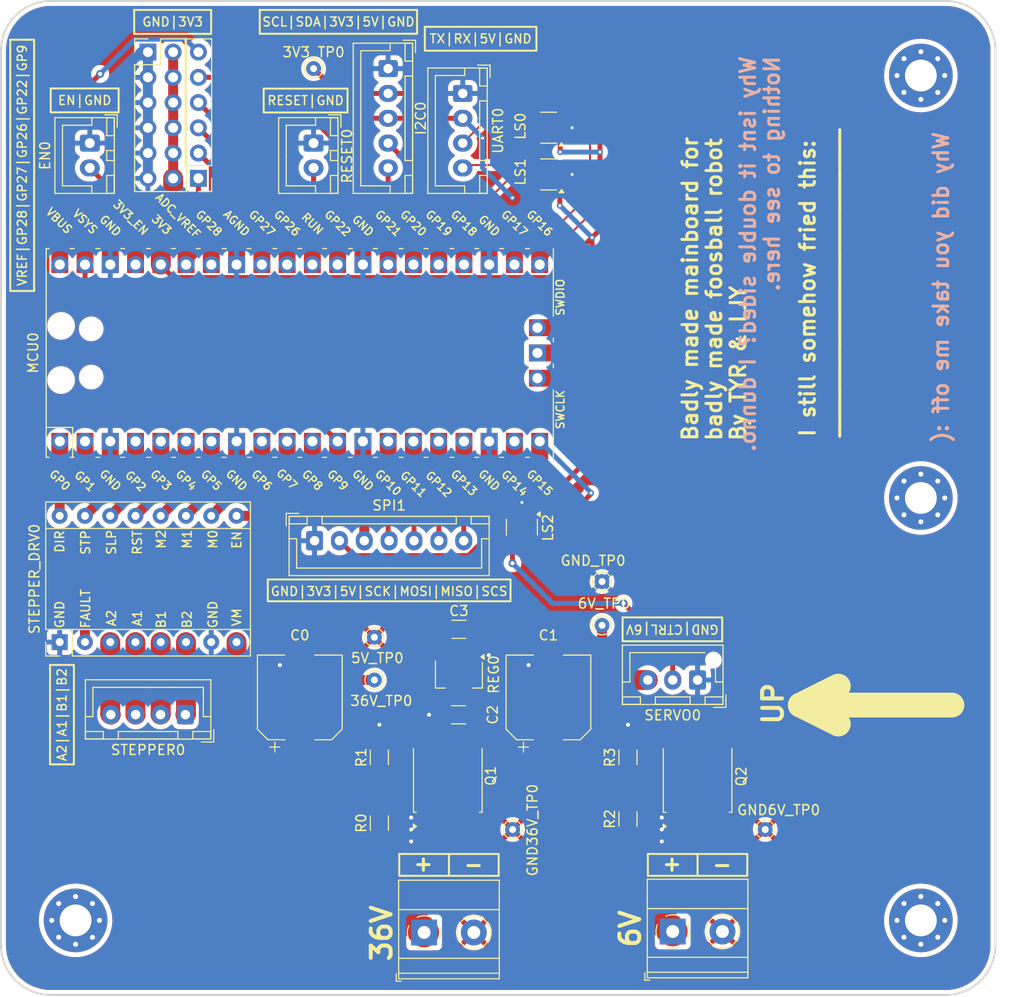
<source format=kicad_pcb>
(kicad_pcb (version 20240108) (generator "pcbnew") (generator_version "8.0")
  (layers (0 "F.Cu" signal) (31 "B.Cu" signal) (34 "B.Paste" user) (35 "F.Paste" user) (36 "B.SilkS" user "B.Silkscreen") (37 "F.SilkS" user "F.Silkscreen") (38 "B.Mask" user) (39 "F.Mask" user) (44 "Edge.Cuts" user))
  (net 0 "")
  (net 1 "+36V")
  (net 2 "GND")
  (net 3 "+6V")
  (net 4 "+5V")
  (net 5 "/DRV_STEP")
  (net 6 "/DRV_A2")
  (net 7 "/DRV_RESET")
  (net 8 "/DRV_EN")
  (net 9 "/DRV_B1")
  (net 10 "/DRV_B2")
  (net 11 "/DRV_SLEEP")
  (net 12 "/DRV_M1")
  (net 13 "/DRV_FAULT")
  (net 14 "/DRV_M0")
  (net 15 "/DRV_A1")
  (net 16 "/DRV_M2")
  (net 17 "/DRV_DIR")
  (net 18 "/EN")
  (net 19 "+3V3")
  (net 20 "/SCL0")
  (net 21 "/SDA0")
  (net 22 "/RX_5V")
  (net 23 "/TX_5V")
  (net 24 "/TX_DIR")
  (net 25 "/TX_3V3")
  (net 26 "/RX_DIR")
  (net 27 "/RX_3V3")
  (net 28 "/SERVO_DIR")
  (net 29 "/SERVO_5V")
  (net 30 "/SERVO_3V3")
  (net 31 "/GPIO9")
  (net 32 "/ADC0")
  (net 33 "/ADC1")
  (net 34 "/ADC2")
  (net 35 "/GPIO22")
  (net 36 "/MISO1")
  (net 37 "/ADC_VREF")
  (net 38 "/MOSI1")
  (net 39 "/SCK1")
  (net 40 "/RESET")
  (net 41 "/SCS1")
  (net 42 "GND36V")
  (net 43 "GND6V")
  (net 44 "Net-(Q1-G)")
  (net 45 "Net-(Q2-G)")
  (footprint "TestPoint:TestPoint_THTPad_D1.5mm_Drill0.7mm" (layer "F.Cu") (at 31.4318 6.8)
    (property "Reference" "3V3_TP0")
    (property "Value" "TestPoint_Probe")
  )
  (footprint "Resistor_SMD:R_1206_3216Metric_Pad1.30x1.75mm_HandSolder" (layer "F.Cu") (at 63.0468 82.305 90)
    (property "Reference" "R2")
    (property "Value" "100kR")
  )
  (footprint "TestPoint:TestPoint_THTPad_D1.5mm_Drill0.7mm" (layer "F.Cu") (at 60.4418 58.41 -90)
    (property "Reference" "GND_TP0")
    (property "Value" "TestPoint_Probe")
  )
  (footprint "Package_TO_SOT_SMD:SOT-89-3" (layer "F.Cu") (at 46.0468 67.765 -90)
    (property "Reference" "REG0")
    (property "Value" "ME6210A50PG")
  )
  (footprint "Package_TO_SOT_SMD:SOT-23-6" (layer "F.Cu") (at 55.0693 12.75 180)
    (property "Reference" "LS0")
    (property "Value" "SN74LVC1T45DBV")
  )
  (footprint "Connector_JST:JST_XH_B3B-XH-AM_1x03_P2.50mm_Vertical" (layer "F.Cu") (at 70.0468 68.315 180)
    (property "Reference" "SERVO0")
    (property "Value" "Conn_01x03")
  )
  (footprint "Package_TO_SOT_SMD:TO-252-2" (layer "F.Cu") (at 70.0468 78.315 90)
    (property "Reference" "Q2")
    (property "Value" "FQD50N06")
  )
  (footprint "TestPoint:TestPoint_THTPad_D1.5mm_Drill0.7mm" (layer "F.Cu") (at 51.4468 83.355)
    (property "Reference" "GND36V_TP0")
    (property "Value" "TestPoint_Probe")
  )
  (footprint "TerminalBlock_Phoenix:TerminalBlock_Phoenix_MKDS-1,5-2_1x02_P5.00mm_Horizontal" (layer "F.Cu") (at 67.5468 93.615)
    (property "Reference" "6VIN_0")
    (property "Value" "Screw_Terminal_01x02")
  )
  (footprint "Capacitor_SMD:C_1206_3216Metric_Pad1.33x1.80mm_HandSolder" (layer "F.Cu") (at 46.0468 63.215)
    (property "Reference" "C3")
    (property "Value" "10uF")
  )
  (footprint "MountingHole:MountingHole_3.2mm_M3_Pad_Via" (layer "F.Cu") (at 7.5 92.5)
    (property "Reference" "H4")
    (property "Value" "MountingHole_Pad")
  )
  (footprint "Resistor_SMD:R_1206_3216Metric_Pad1.30x1.75mm_HandSolder" (layer "F.Cu") (at 38.0468 82.705 90)
    (property "Reference" "R0")
    (property "Value" "100kR")
  )
  (footprint "RP-Pico Libraries:RPi_Pico_SMD_TH" (layer "F.Cu") (at 30.0418 35.41 90)
    (property "Reference" "MCU0")
    (property "Value" "Pico")
  )
  (footprint "Connector_JST:JST_XH_B2B-XH-A_1x02_P2.50mm_Vertical" (layer "F.Cu") (at 31.4318 14.3 -90)
    (property "Reference" "RESET0")
    (property "Value" "Conn_01x02")
  )
  (footprint "Connector_PinHeader_2.54mm:PinHeader_2x06_P2.54mm_Vertical" (layer "F.Cu") (at 14.7718 5.14)
    (property "Reference" "3V3OUT_0" (hide yes))
    (property "Value" "Conn_02x06_Odd_Even")
  )
  (footprint "MountingHole:MountingHole_3.2mm_M3_Pad_Via" (layer "F.Cu") (at 92.5 92.5)
    (property "Reference" "H3")
    (property "Value" "MountingHole_Pad")
  )
  (footprint "Connector_JST:JST_XH_B4B-XH-A_1x04_P2.50mm_Vertical" (layer "F.Cu") (at 46.4318 9.3 -90)
    (property "Reference" "UART0")
    (property "Value" "Conn_01x04")
  )
  (footprint "Connector_JST:JST_XH_B2B-XH-A_1x02_P2.50mm_Vertical" (layer "F.Cu") (at 8.9318 14.3 -90)
    (property "Reference" "EN0")
    (property "Value" "Conn_01x02")
  )
  (footprint "Capacitor_SMD:C_1206_3216Metric_Pad1.33x1.80mm_HandSolder" (layer "F.Cu") (at 46.0093 71.815 180)
    (property "Reference" "C2")
    (property "Value" "10uF")
  )
  (footprint "Connector_JST:JST_XH_B4B-XH-A_1x04_P2.50mm_Vertical" (layer "F.Cu") (at 18.5418 71.8 180)
    (property "Reference" "STEPPER0")
    (property "Value" "Conn_01x04")
  )
  (footprint "Module:Pololu_Breakout-16_15.2x20.3mm" (layer "F.Cu") (at 5.9018 64.5 90)
    (property "Reference" "STEPPER_DRV0")
    (property "Value" "Pololu_Breakout_DRV8825")
  )
  (footprint "Connector_PinHeader_2.54mm:PinHeader_1x06_P2.54mm_Vertical" (layer "F.Cu") (at 19.8518 17.84 180)
    (property "Reference" "MISC0" (hide yes))
    (property "Value" "Conn_01x06")
  )
  (footprint "MountingHole:MountingHole_3.2mm_M3_Pad_Via" (layer "F.Cu") (at 92.5 7.5)
    (property "Reference" "H1")
    (property "Value" "MountingHole_Pad")
  )
  (footprint "TerminalBlock_Phoenix:TerminalBlock_Phoenix_MKDS-1,5-2_1x02_P5.00mm_Horizontal" (layer "F.Cu") (at 42.5468 93.715)
    (property "Reference" "36VIN_0")
    (property "Value" "Screw_Terminal_01x02")
  )
  (footprint "TestPoint:TestPoint_THTPad_D1.5mm_Drill0.7mm" (layer "F.Cu") (at 37.5468 68.315 90)
    (property "Reference" "36V_TP0")
    (property "Value" "TestPoint_Probe")
  )
  (footprint "TestPoint:TestPoint_THTPad_D1.5mm_Drill0.7mm" (layer "F.Cu") (at 60.4468 62.815 90)
    (property "Reference" "6V_TP0")
    (property "Value" "TestPoint_Probe")
  )
  (footprint "Capacitor_SMD:CP_Elec_8x10" (layer "F.Cu") (at 55.0468 70.065 90)
    (property "Reference" "C1")
    (property "Value" "100uF")
  )
  (footprint "Package_TO_SOT_SMD:TO-252-2" (layer "F.Cu") (at 44.9268 78.315 90)
    (property "Reference" "Q1")
    (property "Value" "FQD50N06")
  )
  (footprint "TestPoint:TestPoint_THTPad_D1.5mm_Drill0.7mm" (layer "F.Cu") (at 37.5468 64.01 90)
    (property "Reference" "5V_TP0")
    (property "Value" "TestPoint_Probe")
  )
  (footprint "MountingHole:MountingHole_3.2mm_M3_Pad_Via" (layer "F.Cu") (at 92.5 50)
    (property "Reference" "H2")
    (property "Value" "MountingHole_Pad")
  )
  (footprint "Resistor_SMD:R_1206_3216Metric_Pad1.30x1.75mm_HandSolder" (layer "F.Cu") (at 38.0468 76.105 90)
    (property "Reference" "R1")
    (property "Value" "6.2kR")
  )
  (footprint "Resistor_SMD:R_1206_3216Metric_Pad1.30x1.75mm_HandSolder" (layer "F.Cu") (at 63.0468 76.105 90)
    (property "Reference" "R3")
    (property "Value" "51kR")
  )
  (footprint "Connector_JST:JST_XH_B7B-XH-A_1x07_P2.50mm_Vertical" (layer "F.Cu") (at 31.5318 54.3)
    (property "Reference" "SPI1")
    (property "Value" "Conn_01x07")
  )
  (footprint "TestPoint:TestPoint_THTPad_D1.5mm_Drill0.7mm" (layer "F.Cu") (at 76.8468 83.355)
    (property "Reference" "GND6V_TP0")
    (property "Value" "TestPoint_Probe")
  )
  (footprint "Connector_JST:JST_XH_B5B-XH-A_1x05_P2.50mm_Vertical" (layer "F.Cu") (at 38.9318 6.8 -90)
    (property "Reference" "I2C0")
    (property "Value" "Conn_01x05")
  )
  (footprint "Package_TO_SOT_SMD:SOT-23-6" (layer "F.Cu") (at 55.0693 17.45 180)
    (property "Reference" "LS1")
    (property "Value" "SN74LVC1T45DBV")
  )
  (footprint "Capacitor_SMD:CP_Elec_8x10" (layer "F.Cu") (at 30.0468 70.065 90)
    (property "Reference" "C0")
    (property "Value" "100uF")
  )
  (footprint "Package_TO_SOT_SMD:SOT-23-6" (layer "F.Cu") (at 52.3818 52.9375 -90)
    (property "Reference" "LS2")
    (property "Value" "SN74LVC1T45DBV" (hide yes))
  )
  (gr_rect (start 65.0468 85.815) (end 75.0468 88.015) (stroke (width 0.2)) (fill none) (layer "F.SilkS"))
  (gr_rect (start 40.0468 85.815) (end 50.0468 88.015) (stroke (width 0.2)) (fill none) (layer "F.SilkS"))
  (gr_line (start 45.0468 88.015) (end 45.0468 85.815) (stroke (width 0.2)) (layer "F.SilkS"))
  (gr_line (start 70.0468 88.015) (end 70.0468 85.815) (stroke (width 0.2)) (layer "F.SilkS"))
  (gr_arc (start 95 0) (mid 98.535534 1.464466) (end 100 5) (stroke (width 0.2)) (layer "Edge.Cuts"))
  (gr_arc (start 0 5) (mid 1.464466 1.464466) (end 5 0) (stroke (width 0.2)) (layer "Edge.Cuts"))
  (gr_arc (start 5 100) (mid 1.464466 98.535534) (end 0 95) (stroke (width 0.2)) (layer "Edge.Cuts"))
  (gr_line (start 0 95) (end 0 5) (stroke (width 0.2)) (layer "Edge.Cuts"))
  (gr_line (start 95 100) (end 5 100) (stroke (width 0.2)) (layer "Edge.Cuts"))
  (gr_line (start 100 5) (end 100 95) (stroke (width 0.2)) (layer "Edge.Cuts"))
  (gr_arc (start 100 95) (mid 98.535534 98.535534) (end 95 100) (stroke (width 0.2)) (layer "Edge.Cuts"))
  (gr_line (start 5 0) (end 95 0) (stroke (width 0.2)) (layer "Edge.Cuts"))
  (gr_text "Why isnt it double sided? I dunno.\nNothing to see here." (at 78.4 5.4 90) (layer "B.SilkS") (effects (font (size 1.5 1.5) (thickness 0.3) (bold yes)) (justify left bottom mirror)))
  (gr_text "Why did you take me off :(" (at 95.4 13 90) (layer "B.SilkS") (effects (font (size 1.5 1.5) (thickness 0.3) (bold yes)) (justify left bottom mirror)))
  (gr_text "Badly made mainboard for\nbadly made foosball robot\nBy TYR & LJY" (at 75 44.4 90) (layer "F.SilkS") (effects (font (size 1.5 1.5) (thickness 0.3) (bold yes)) (justify left bottom)))
  (gr_text "M0" (at 21.8318 55.2 90) (layer "F.SilkS") (effects (font (size 0.9 0.9)) (justify left bottom)))
  (gr_text "UP" (at 78.8 73 90) (layer "F.SilkS") (effects (font (size 2 2) (thickness 0.4) (bold yes)) (justify left bottom)))
  (gr_text "FAULT" (at 9.0318 63.2 90) (layer "F.SilkS") (effects (font (size 0.9 0.9)) (justify left bottom)))
  (gr_text "+" (at 43.2468 88.015 90) (layer "F.SilkS") (effects (font (size 1.5 1.5) (thickness 0.3) (bold yes)) (justify left bottom)))
  (gr_text "I still somehow fried this:\n___________________________" (at 84.4 44 90) (layer "F.SilkS") (effects (font (size 1.5 1.5) (thickness 0.3) (bold yes)) (justify left bottom)))
  (gr_text "EN" (at 24.2318 55.2 90) (layer "F.SilkS") (effects (font (size 0.9 0.9)) (justify left bottom)))
  (gr_text "M2" (at 16.6318 55.2 90) (layer "F.SilkS") (effects (font (size 0.9 0.9)) (justify left bottom)))
  (gr_text "36V\n" (at 39.4468 96.815 90) (layer "F.SilkS") (effects (font (size 2 2) (thickness 0.4) (bold yes)) (justify left bottom)))
  (gr_text "-" (at 48.6468 86.215 180) (layer "F.SilkS") (effects (font (size 1.5 1.5) (thickness 0.3) (bold yes)) (justify left bottom)))
  (gr_text "GND" (at 21.8318 63.2 90) (layer "F.SilkS") (effects (font (size 0.9 0.9)) (justify left bottom)))
  (gr_text "-" (at 73.6468 86.215 180) (layer "F.SilkS") (effects (font (size 1.5 1.5) (thickness 0.3) (bold yes)) (justify left bottom)))
  (gr_text "GND" (at 6.4318 63.2 90) (layer "F.SilkS") (effects (font (size 0.9 0.9)) (justify left bottom)))
  (gr_text "RST" (at 14.2318 55.8 90) (layer "F.SilkS") (effects (font (size 0.9 0.9)) (justify left bottom)))
  (gr_text "SLP" (at 11.6318 55.8 90) (layer "F.SilkS") (effects (font (size 0.9 0.9)) (justify left bottom)))
  (gr_text "A2" (at 11.6318 63 90) (layer "F.SilkS") (effects (font (size 0.9 0.9)) (justify left bottom)))
  (gr_text "B1" (at 16.6318 63.2 90) (layer "F.SilkS") (effects (font (size 0.9 0.9)) (justify left bottom)))
  (gr_text "B2" (at 19.2318 63.2 90) (layer "F.SilkS") (effects (font (size 0.9 0.9)) (justify left bottom)))
  (gr_text "↑" (at 98.2 63 90) (layer "F.SilkS") (effects (font (size 20 10) (thickness 2.5) (bold yes)) (justify left bottom mirror)))
  (gr_text "M1" (at 19.2318 55.2 90) (layer "F.SilkS") (effects (font (size 0.9 0.9)) (justify left bottom)))
  (gr_text "STP" (at 9.0318 55.8 90) (layer "F.SilkS") (effects (font (size 0.9 0.9)) (justify left bottom)))
  (gr_text "A1" (at 14.2318 63 90) (layer "F.SilkS") (effects (font (size 0.9 0.9)) (justify left bottom)))
  (gr_text "+" (at 68.2468 88.015 90) (layer "F.SilkS") (effects (font (size 1.5 1.5) (thickness 0.3) (bold yes)) (justify left bottom)))
  (gr_text "6V\n" (at 64.4468 95.415 90) (layer "F.SilkS") (effects (font (size 2 2) (thickness 0.4) (bold yes)) (justify left bottom)))
  (gr_text "DIR" (at 6.4318 55.6 90) (layer "F.SilkS") (effects (font (size 0.9 0.9)) (justify left bottom)))
  (gr_text "VM" (at 24.2318 63 90) (layer "F.SilkS") (effects (font (size 0.9 0.9)) (justify left bottom)))
  (gr_text_box "GND|3V3" (start 13.3918 0.9) (end 21.1318 3.31) (layer "F.SilkS") (effects (font (size 0.9 0.9) (thickness 0.15) (bold yes)) (justify top)) (border yes) (stroke (width 0.2)))
  (gr_text_box "GND|CTRL|6V" (start 62.507 62.015) (end 72.523 64.415) (angle 180) (layer "F.SilkS") (effects (font (size 0.9 0.9) (thickness 0.15) (bold yes)) (justify top)) (border yes) (stroke (width 0.2)))
  (gr_text_box "SCL|SDA|3V3|5V|GND" (start 26.0222 0.9) (end 41.8414 3.3) (layer "F.SilkS") (effects (font (size 0.9 0.9) (thickness 0.15) (bold yes)) (justify top)) (border yes) (stroke (width 0.2)))
  (gr_text_box "GND|3V3|5V|SCK|MOSI|MISO|SCS" (start 26.8278 58.2) (end 51.2358 60.392) (layer "F.SilkS") (effects (font (size 0.9 0.9) (thickness 0.15) (bold yes)) (justify top)) (border yes) (stroke (width 0.2)))
  (gr_text_box "TX|RX|5V|GND" (start 42.6222 2.6) (end 53.8414 5) (layer "F.SilkS") (effects (font (size 0.9 0.9) (thickness 0.15) (bold yes)) (justify top)) (border yes) (stroke (width 0.2)))
  (gr_text_box "RESET|GND" (start 26.4159 8.8159) (end 34.8477 11.2159) (layer "F.SilkS") (effects (font (size 0.9 0.9) (thickness 0.15) (bold yes)) (justify top)) (border yes) (stroke (width 0.2)))
  (gr_text_box "VREF|GP28|GP27|GP26|GP22|GP9" (start 0.9318 3.9) (end 3.3318 29.1762) (angle 90) (layer "F.SilkS") (effects (font (size 0.9 0.9) (thickness 0.15) (bold yes)) (justify top)) (border yes) (stroke (width 0.2)))
  (gr_text_box "EN|GND" (start 5 8.8) (end 11.8318 11.2) (layer "F.SilkS") (effects (font (size 0.9 0.9) (thickness 0.15) (bold yes)) (justify top)) (border yes) (stroke (width 0.2)))
  (gr_text_box "A2|A1|B1|B2" (start 4.9318 66.8) (end 7.3318 76.8) (angle 90) (layer "F.SilkS") (effects (font (size 0.9 0.9) (thickness 0.15) (bold yes)) (justify top)) (border yes) (stroke (width 0.2)))
  (segment (start 30.0468 78.215) (end 30.3968 78.565) (width 3) (layer "F.Cu") (net 1))
  (segment (start 37.5468 68.315) (end 35.0468 68.315) (width 1) (layer "F.Cu") (net 1))
  (segment (start 36.0868 84.255) (end 30.3968 78.565) (width 3) (layer "F.Cu") (net 1))
  (segment (start 38.0468 89.215) (end 38.0468 84.255) (width 3) (layer "F.Cu") (net 1))
  (segment (start 42.5468 93.715) (end 38.0468 89.215) (width 3) (layer "F.Cu") (net 1))
  (segment (start 35.0468 68.315) (end 30.0468 73.315) (width 1) (layer "F.Cu") (net 1))
  (segment (start 38.0468 84.255) (end 36.0868 84.255) (width 3) (layer "F.Cu") (net 1))
  (segment (start 30.0468 73.315) (end 30.0468 78.215) (width 3) (layer "F.Cu") (net 1))
  (segment (start 23.6818 66.95) (end 30.0468 73.315) (width 2) (layer "F.Cu") (net 1))
  (segment (start 23.6818 64.5) (end 23.6818 66.95) (width 2) (layer "F.Cu") (net 1))
  (segment (start 67.7668 83.355) (end 66.5668 84.555) (width 2) (layer "F.Cu") (net 2))
  (segment (start 66.4468 84.555) (end 66.4468 82.155) (width 2) (layer "F.Cu") (net 2))
  (segment (start 66.5668 82.155) (end 66.4468 82.155) (width 2) (layer "F.Cu") (net 2))
  (segment (start 30.0468 66.815) (end 28.0468 66.815) (width 1) (layer "F.Cu") (net 2))
  (segment (start 42.6468 83.355) (end 41.4468 84.555) (width 2) (layer "F.Cu") (net 2))
  (segment (start 47.5468 65.815) (end 49.0468 65.815) (width 1) (layer "F.Cu") (net 2))
  (segment (start 47.5468 65.815) (end 47.5468 63.2775) (width 1) (layer "F.Cu") (net 2))
  (segment (start 42.6468 83.355) (end 41.2468 83.355) (width 2) (layer "F.Cu") (net 2))
  (segment (start 56.2068 17.45) (end 57.4318 17.45) (width 0.5) (layer "F.Cu") (net 2))
  (segment (start 63.0468 74.555) (end 63.0468 72.815) (width 1) (layer "F.Cu") (net 2))
  (segment (start 67.7668 83.355) (end 66.4468 83.355) (width 2) (layer "F.Cu") (net 2))
  (segment (start 41.4468 84.555) (end 41.2468 84.555) (width 2) (layer "F.Cu") (net 2))
  (segment (start 66.5668 84.555) (end 66.4468 84.555) (width 2) (layer "F.Cu") (net 2))
  (segment (start 55.0468 66.815) (end 53.0468 66.815) (width 1) (layer "F.Cu") (net 2))
  (segment (start 52.3818 50.45) (end 52.3818 51.8) (width 0.5) (layer "F.Cu") (net 2))
  (segment (start 41.4468 82.155) (end 41.2468 82.155) (width 2) (layer "F.Cu") (net 2))
  (segment (start 42.6468 83.355) (end 41.4468 82.155) (width 2) (layer "F.Cu") (net 2))
  (segment (start 44.4468 71.815) (end 43.0468 71.815) (width 1) (layer "F.Cu") (net 2))
  (segment (start 67.7668 83.355) (end 66.5668 82.155) (width 2) (layer "F.Cu") (net 2))
  (segment (start 38.0468 74.555) (end 38.0468 72.815) (width 1) (layer "F.Cu") (net 2))
  (segment (start 56.2068 12.75) (end 57.4318 12.75) (width 0.5) (layer "F.Cu") (net 2))
  (segment (start 47.5468 63.2775) (end 47.6093 63.215) (width 1) (layer "F.Cu") (net 2))
  (segment (start 41.2468 84.555) (end 41.2468 82.155) (width 2) (layer "F.Cu") (net 2))
  (via (at 57.4318 17.45) (size 0.6) (drill 0.3) (layers "F.Cu" "B.Cu") (net 2))
  (via (at 63.0468 72.815) (size 0.8) (drill 0.4) (layers "F.Cu" "B.Cu") (net 2))
  (via (at 41.2468 84.555) (size 0.8) (drill 0.4) (layers "F.Cu" "B.Cu") (net 2))
  (via (at 28.0468 66.815) (size 0.8) (drill 0.4) (layers "F.Cu" "B.Cu") (net 2))
  (via (at 41.2468 82.155) (size 0.8) (drill 0.4) (layers "F.Cu" "B.Cu") (net 2))
  (via (at 52.3818 50.45) (size 0.6) (drill 0.3) (layers "F.Cu" "B.Cu") (net 2))
  (via (at 57.4318 12.75) (size 0.6) (drill 0.3) (layers "F.Cu" "B.Cu") (net 2))
  (via (at 43.0468 71.815) (size 0.8) (drill 0.4) (layers "F.Cu" "B.Cu") (net 2))
  (via (at 66.4468 82.155) (size 0.8) (drill 0.4) (layers "F.Cu" "B.Cu") (net 2))
  (via (at 66.4468 84.555) (size 0.8) (drill 0.4) (layers "F.Cu" "B.Cu") (net 2))
  (via (at 53.0468 66.815) (size 0.8) (drill 0.4) (layers "F.Cu" "B.Cu") (net 2))
  (via (at 38.0468 72.815) (size 0.8) (drill 0.4) (layers "F.Cu" "B.Cu") (net 2))
  (via (at 66.4468 83.355) (size 0.8) (drill 0.4) (layers "F.Cu" "B.Cu") (net 2))
  (via (at 49.0468 65.815) (size 0.8) (drill 0.4) (layers "F.Cu" "B.Cu") (net 2))
  (via (at 41.2468 83.355) (size 0.8) (drill 0.4) (layers "F.Cu" "B.Cu") (net 2))
  (segment (start 14.7718 5.14) (end 14.7718 17.84) (width 1) (layer "B.Cu") (net 2))
  (segment (start 14.0918 5.14) (end 12.4318 6.8) (width 1) (layer "B.Cu") (net 2))
  (segment (start 14.7718 5.14) (end 14.0918 5.14) (width 1) (layer "B.Cu") (net 2))
  (segment (start 60.0468 68.315) (end 55.0468 73.315) (width 2) (layer "F.Cu") (net 3))
  (segment (start 46.0468 70.29) (end 47.5718 71.815) (width 1) (layer "F.Cu") (net 3))
  (segment (start 60.4468 67.915) (end 60.0468 68.315) (width 1) (layer "F.Cu") (net 3))
  (segment (start 53.5468 71.815) (end 55.0468 73.315) (width 2) (layer "F.Cu") (net 3))
  (segment (start 55.0468 76.73) (end 55.0468 73.315) (width 3) (layer "F.Cu") (net 3))
  (segment (start 60.4468 62.815) (end 60.4468 67.915) (width 1) (layer "F.Cu") (net 3))
  (segment (start 46.0468 65.9025) (end 46.0468 70.29) (width 1) (layer "F.Cu") (net 3))
  (segment (start 62.1718 83.855) (end 55.0468 76.73) (width 3) (layer "F.Cu") (net 3))
  (segment (start 63.0468 89.115) (end 67.5468 93.615) (width 3) (layer "F.Cu") (net 3))
  (segment (start 63.0468 83.855) (end 62.1718 83.855) (width 3) (layer "F.Cu") (net 3))
  (segment (start 63.0468 83.855) (end 63.0468 89.115) (width 3) (layer "F.Cu") (net 3))
  (segment (start 65.0468 68.315) (end 60.0468 68.315) (width 2) (layer "F.Cu") (net 3))
  (segment (start 47.5718 71.815) (end 53.5468 71.815) (width 2) (layer "F.Cu") (net 3))
  (segment (start 36.5318 51.9) (end 34.9318 50.3) (width 1) (layer "F.Cu") (net 4))
  (segment (start 48.5318 13.7) (end 48.4318 13.8) (width 0.5) (layer "F.Cu") (net 4))
  (segment (start 53.3318 54.075) (end 54.9318 52.475) (width 0.5) (layer "F.Cu") (net 4))
  (segment (start 52.8318 18.4) (end 51.4318 19.8) (width 0.5) (layer "F.Cu") (net 4))
  (segment (start 44.5468 65.815) (end 44.5468 63.2775) (width 1) (layer "F.Cu") (net 4))
  (segment (start 36.5318 54.3) (end 36.5318 51.9) (width 1) (layer "F.Cu") (net 4))
  (segment (start 44.5468 63.2775) (end 44.4843 63.215) (width 1) (layer "F.Cu") (net 4))
  (segment (start 54.9318 52.475) (end 54.9318 51.8) (width 0.5) (layer "F.Cu") (net 4))
  (segment (start 53.9318 13.7) (end 48.5318 13.7) (width 0.5) (layer "F.Cu") (net 4))
  (segment (start 53.9318 18.4) (end 52.8318 18.4) (width 0.5) (layer "F.Cu") (net 4))
  (via (at 51.4318 19.8) (size 0.6) (drill 0.3) (layers "F.Cu" "B.Cu") (net 4))
  (via (at 48.4318 13.8) (size 0.6) (drill 0.3) (layers "F.Cu" "B.Cu") (net 4))
  (segment (start 48.4318 16.8) (end 51.4318 19.8) (width 0.5) (layer "B.Cu") (net 4))
  (segment (start 48.4318 13.8) (end 48.4318 16.8) (width 0.5) (layer "B.Cu") (net 4))
  (segment (start 46.4318 11.8) (end 48.4318 13.8) (width 0.5) (layer "B.Cu") (net 4))
  (segment (start 13.5318 44.3) (end 13.5318 46.71) (width 1) (layer "F.Cu") (net 5))
  (segment (start 13.5318 46.71) (end 8.4418 51.8) (width 1) (layer "F.Cu") (net 5))
  (segment (start 10.9818 64.5) (end 10.9818 71.74) (width 2) (layer "F.Cu") (net 6))
  (segment (start 10.9818 71.74) (end 11.0418 71.8) (width 2) (layer "F.Cu") (net 6))
  (segment (start 18.6118 46.71) (end 18.6118 44.3) (width 1) (layer "F.Cu") (net 7))
  (segment (start 13.5218 51.8) (end 18.6118 46.71) (width 1) (layer "F.Cu") (net 7))
  (segment (start 31.3118 44.3) (end 31.3118 46.72) (width 1) (layer "F.Cu") (net 8))
  (segment (start 31.3118 46.72) (end 26.2318 51.8) (width 1) (layer "F.Cu") (net 8))
  (segment (start 26.2318 51.8) (end 23.6818 51.8) (width 1) (layer "F.Cu") (net 8))
  (segment (start 16.0618 71.78) (end 16.0418 71.8) (width 2) (layer "F.Cu") (net 9))
  (segment (start 16.0618 64.5) (end 16.0618 71.78) (width 2) (layer "F.Cu") (net 9))
  (segment (start 18.6018 64.5) (end 18.6018 71.74) (width 2) (layer "F.Cu") (net 10))
  (segment (start 18.6018 71.74) (end 18.5418 71.8) (width 2) (layer "F.Cu") (net 10))
  (segment (start 16.0718 44.3) (end 16.0718 46.71) (width 1) (layer "F.Cu") (net 11))
  (segment (start 16.0718 46.71) (end 10.9818 51.8) (width 1) (layer "F.Cu") (net 11))
  (segment (start 25.0318 48) (end 22.4018 48) (width 1) (layer "F.Cu") (net 12))
  (segment (start 26.2318 44.3) (end 26.2318 46.8) (width 1) (layer "F.Cu") (net 12))
  (segment (start 22.4018 48) (end 18.6018 51.8) (width 1) (layer "F.Cu") (net 12))
  (segment (start 26.2318 46.8) (end 25.0318 48) (width 1) (layer "F.Cu") (net 12))
  (segment (start 3.8318 48.8) (end 5.9118 46.72) (width 1) (layer "F.Cu") (net 13))
  (segment (start 8.4418 64.5) (end 8.4418 62.61) (width 1) (layer "F.Cu") (net 13))
  (segment (start 8.4418 62.61) (end 3.8318 58) (width 1) (layer "F.Cu") (net 13))
  (segment (start 3.8318 58) (end 3.8318 48.8) (width 1) (layer "F.Cu") (net 13))
  (segment (start 5.9118 46.72) (end 5.9118 44.3) (width 1) (layer "F.Cu") (net 13))
  (segment (start 25.6318 49.8) (end 28.7718 46.66) (width 1) (layer "F.Cu") (net 14))
  (segment (start 21.1418 51.8) (end 23.1418 49.8) (width 1) (layer "F.Cu") (net 14))
  (segment (start 28.7718 46.66) (end 28.7718 44.3) (width 1) (layer "F.Cu") (net 14))
  (segment (start 23.1418 49.8) (end 25.6318 49.8) (width 1) (layer "F.Cu") (net 14))
  (segment (start 13.5218 71.78) (end 13.5418 71.8) (width 2) (layer "F.Cu") (net 15))
  (segment (start 13.5218 64.5) (end 13.5218 71.78) (width 2) (layer "F.Cu") (net 15))
  (segment (start 21.1518 46.71) (end 21.1518 44.3) (width 1) (layer "F.Cu") (net 16))
  (segment (start 16.0618 51.8) (end 21.1518 46.71) (width 1) (layer "F.Cu") (net 16))
  (segment (start 8.4518 44.3) (end 8.4518 46.78) (width 1) (layer "F.Cu") (net 17))
  (segment (start 8.4518 46.78) (end 5.9018 49.33) (width 1) (layer "F.Cu") (net 17))
  (segment (start 5.9018 49.33) (end 5.9018 51.8) (width 1) (layer "F.Cu") (net 17))
  (segment (start 13.5318 21.4) (end 13.5318 26.52) (width 0.5) (layer "F.Cu") (net 18))
  (segment (start 8.9318 16.8) (end 13.5318 21.4) (width 0.5) (layer "F.Cu") (net 18))
  (segment (start 60.2318 23) (end 60.2318 15.2) (width 0.5) (layer "F.Cu") (net 19))
  (segment (start 52.831799 52.9625) (end 49.832778 52.9625) (width 0.5) (layer "F.Cu") (net 19))
  (segment (start 41.7318 9.3) (end 45.2318 5.8) (width 0.5) (layer "F.Cu") (net 19))
  (segment (start 53.3318 51.8) (end 53.3318 52.462499) (width 0.5) (layer "F.Cu") (net 19))
  (segment (start 56.2318 13.725) (end 56.2068 13.7) (width 0.5) (layer "F.Cu") (net 19))
  (segment (start 53.3318 51.8) (end 59.4318 45.7) (width 0.5) (layer "F.Cu") (net 19))
  (segment (start 53.3318 52.462499) (end 52.831799 52.9625) (width 0.5) (layer "F.Cu") (net 19))
  (segment (start 17.3118 20.98) (end 16.0718 22.22) (width 2) (layer "F.Cu") (net 19))
  (segment (start 16.0718 22.22) (end 16.0718 26.52) (width 2) (layer "F.Cu") (net 19))
  (segment (start 38.9318 9.3) (end 41.7318 9.3) (width 0.5) (layer "F.Cu") (net 19))
  (segment (start 16.0718 24.66) (end 16.0718 26.58) (width 0.5) (layer "F.Cu") (net 19))
  (segment (start 46.995278 55.8) (end 35.5318 55.8) (width 0.5) (layer "F.Cu") (net 19))
  (segment (start 59.4318 45.7) (end 59.4318 23.8) (width 0.5) (layer "F.Cu") (net 19))
  (segment (start 35.5318 55.8) (end 34.0318 54.3) (width 0.5) (layer "F.Cu") (net 19))
  (segment (start 17.3118 27.82) (end 55.4118 27.82) (width 0.5) (layer "F.Cu") (net 19))
  (segment (start 33.9318 9.3) (end 31.4318 6.8) (width 0.5) (layer "F.Cu") (net 19))
  (segment (start 17.3118 17.84) (end 17.3118 20.98) (width 2) (layer "F.Cu") (net 19))
  (segment (start 53.0318 5.8) (end 60.2318 13) (width 0.5) (layer "F.Cu") (net 19))
  (segment (start 49.832778 52.9625) (end 46.995278 55.8) (width 0.5) (layer "F.Cu") (net 19))
  (segment (start 59.4318 23.8) (end 60.2318 23) (width 0.5) (layer "F.Cu") (net 19))
  (segment (start 56.2318 15.2) (end 56.2318 13.725) (width 0.5) (layer "F.Cu") (net 19))
  (segment (start 56.194658 20.599391) (end 56.194658 18.412142) (width 0.5) (layer "F.Cu") (net 19))
  (segment (start 16.0718 26.58) (end 17.3118 27.82) (width 0.5) (layer "F.Cu") (net 19))
  (segment (start 45.2318 5.8) (end 53.0318 5.8) (width 0.5) (layer "F.Cu") (net 19))
  (segment (start 38.9318 9.3) (end 33.9318 9.3) (width 0.5) (layer "F.Cu") (net 19))
  (segment (start 17.3118 5.14) (end 17.3118 17.84) (width 1) (layer "F.Cu") (net 19))
  (segment (start 16.0718 26.52) (end 16.0718 24.66) (width 0.5) (layer "F.Cu") (net 19))
  (segment (start 56.194658 18.412142) (end 56.2068 18.4) (width 0.5) (layer "F.Cu") (net 19))
  (segment (start 60.2318 13) (end 60.2318 15.2) (width 0.5) (layer "F.Cu") (net 19))
  (segment (start 55.4118 27.82) (end 59.4318 23.8) (width 0.5) (layer "F.Cu") (net 19))
  (via (at 56.2318 15.2) (size 0.6) (drill 0.3) (layers "F.Cu" "B.Cu") (net 19))
  (via (at 59.4318 23.8) (size 0.6) (drill 0.3) (layers "F.Cu" "B.Cu") (net 19))
  (via (at 56.194658 20.599391) (size 0.6) (drill 0.3) (layers "F.Cu" "B.Cu") (net 19))
  (via (at 60.2318 15.2) (size 0.6) (drill 0.3) (layers "F.Cu" "B.Cu") (net 19))
  (segment (start 60.2318 15.2) (end 56.2318 15.2) (width 0.5) (layer "B.Cu") (net 19))
  (segment (start 59.4318 23.8) (end 56.2318 20.6) (width 0.5) (layer "B.Cu") (net 19))
  (segment (start 38.9318 26.52) (end 38.9318 16.8) (width 0.5) (layer "F.Cu") (net 20))
  (segment (start 41.4718 26.52) (end 41.4718 16.84) (width 0.5) (layer "F.Cu") (net 21))
  (segment (start 41.4718 16.84) (end 38.9318 14.3) (width 0.5) (layer "F.Cu") (net 21))
  (segment (start 53.9318 16.5) (end 46.7318 16.5) (width 0.2) (layer "F.Cu") (net 22))
  (segment (start 46.7318 16.5) (end 46.4318 16.8) (width 0.2) (layer "F.Cu") (net 22))
  (segment (start 48.9318 11.8) (end 53.9318 11.8) (width 0.2) (layer "F.Cu") (net 23))
  (segment (start 46.4318 14.3) (end 48.9318 11.8) (width 0.2) (layer "F.Cu") (net 23))
  (segment (start 55.0818 13.237501) (end 55.0818 19.15) (width 0.2) (layer "F.Cu") (net 24))
  (segment (start 46.5518 24.96) (end 46.5518 26.52) (width 0.2) (layer "F.Cu") (net 24))
  (segment (start 54.594299 12.75) (end 55.0818 13.237501) (width 0.2) (layer "F.Cu") (net 24))
  (segment (start 55.0818 19.15) (end 50.838748 23.393052) (width 0.2) (layer "F.Cu") (net 24))
  (segment (start 50.838748 23.393052) (end 48.118748 23.393052) (width 0.2) (layer "F.Cu") (net 24))
  (segment (start 48.118748 23.393052) (end 46.5518 24.96) (width 0.2) (layer "F.Cu") (net 24))
  (segment (start 53.9318 12.75) (end 54.594299 12.75) (width 0.2) (layer "F.Cu") (net 24))
  (segment (start 57.330329 11.8) (end 59.2318 13.701471) (width 0.2) (layer "F.Cu") (net 25))
  (segment (start 59.2318 13.701471) (end 59.2318 21.46) (width 0.2) (layer "F.Cu") (net 25))
  (segment (start 56.2068 11.8) (end 57.330329 11.8) (width 0.2) (layer "F.Cu") (net 25))
  (segment (start 59.2318 21.46) (end 54.1718 26.52) (width 0.2) (layer "F.Cu") (net 25))
  (segment (start 44.0118 24.96) (end 44.0118 26.52) (width 0.2) (layer "F.Cu") (net 26))
  (segment (start 51.5218 17.45) (end 44.0118 24.96) (width 0.2) (layer "F.Cu") (net 26))
  (segment (start 53.9318 17.45) (end 51.5218 17.45) (width 0.2) (layer "F.Cu") (net 26))
  (segment (start 57.9318 16.5) (end 58.4318 17) (width 0.2) (layer "F.Cu") (net 27))
  (segment (start 56.2068 16.5) (end 57.9318 16.5) (width 0.2) (layer "F.Cu") (net 27))
  (segment (start 55.6318 23) (end 52.8318 23) (width 0.2) (layer "F.Cu") (net 27))
  (segment (start 52.8318 23) (end 51.6318 24.2) (width 0.2) (layer "F.Cu") (net 27))
  (segment (start 58.4318 20.2) (end 55.6318 23) (width 0.2) (layer "F.Cu") (net 27))
  (segment (start 58.4318 17) (end 58.4318 20.2) (width 0.2) (layer "F.Cu") (net 27))
  (segment (start 51.6318 24.2) (end 51.6318 26.52) (width 0.2) (layer "F.Cu") (net 27))
  (segment (start 52.8693 55.1875) (end 52.3818 54.7) (width 0.5) (layer "F.Cu") (net 28))
  (segment (start 52.3818 54.7) (end 52.3818 54.075) (width 0.5) (layer "F.Cu") (net 28))
  (segment (start 59.3318 49.590184) (end 53.734484 55.1875) (width 0.5) (layer "F.Cu") (net 28))
  (segment (start 59.3318 49.5) (end 59.3318 49.590184) (width 0.5) (layer "F.Cu") (net 28))
  (segment (start 53.734484 55.1875) (end 52.8693 55.1875) (width 0.5) (layer "F.Cu") (net 28))
  (via (at 59.3318 49.5) (size 0.6) (drill 0.3) (layers "F.Cu" "B.Cu") (net 28))
  (segment (start 59.3318 49.5) (end 59.3318 49.46) (width 0.5) (layer "B.Cu") (net 28))
  (segment (start 59.3318 49.46) (end 54.1718 44.3) (width 0.5) (layer "B.Cu") (net 28))
  (segment (start 62.6 60.6) (end 67.5468 65.5468) (width 0.5) (layer "F.Cu") (net 29))
  (segment (start 51.4318 56.5682) (end 51.4318 54.075) (width 0.5) (layer "F.Cu") (net 29))
  (segment (start 67.5468 65.5468) (end 67.5468 68.315) (width 0.5) (layer "F.Cu") (net 29))
  (via (at 51.4318 56.5682) (size 0.8) (drill 0.4) (layers "F.Cu" "B.Cu") (net 29))
  (via (at 62.6 60.6) (size 0.8) (drill 0.4) (layers "F.Cu" "B.Cu") (net 29))
  (segment (start 55.4636 60.6) (end 62.6 60.6) (width 0.5) (layer "B.Cu") (net 29))
  (segment (start 51.4318 56.5682) (end 55.4636 60.6) (width 0.5) (layer "B.Cu") (net 29))
  (segment (start 51.4318 51.8) (end 51.4318 44.5) (width 0.5) (layer "F.Cu") (net 30))
  (segment (start 51.4318 44.5) (end 51.6318 44.3) (width 0.5) (layer "F.Cu") (net 30))
  (segment (start 6.0918 29.3) (end 18.8518 29.3) (width 0.5) (layer "F.Cu") (net 31))
  (segment (start 4.6118 27.82) (end 6.0918 29.3) (width 0.5) (layer "F.Cu") (net 31))
  (segment (start 18.8518 29.3) (end 33.8518 44.3) (width 0.5) (layer "F.Cu") (net 31))
  (segment (start 4.6118 12.7) (end 4.6118 27.82) (width 0.5) (layer "F.Cu") (net 31))
  (segment (start 9.9718 7.34) (end 4.6118 12.7) (width 0.5) (layer "F.Cu") (net 31))
  (via (at 9.9718 7.34) (size 0.8) (drill 0.4) (layers "F.Cu" "B.Cu") (net 31))
  (segment (start 18.5518 3.84) (end 13.4718 3.84) (width 0.5) (layer "B.Cu") (net 31))
  (segment (start 13.4718 3.84) (end 9.9718 7.34) (width 0.5) (layer "B.Cu") (net 31))
  (segment (start 19.8518 5.14) (end 18.5518 3.84) (width 0.5) (layer "B.Cu") (net 31))
  (segment (start 28.7718 19.14) (end 19.8518 10.22) (width 0.5) (layer "F.Cu") (net 32))
  (segment (start 28.7718 26.52) (end 28.7718 19.14) (width 0.5) (layer "F.Cu") (net 32))
  (segment (start 26.2318 26.52) (end 26.2318 19.14) (width 0.5) (layer "F.Cu") (net 33))
  (segment (start 26.2318 19.14) (end 19.8518 12.76) (width 0.5) (layer "F.Cu") (net 33))
  (segment (start 21.1518 16.6) (end 19.8518 15.3) (width 0.5) (layer "F.Cu") (net 34))
  (segment (start 21.1518 26.52) (end 21.1518 16.6) (width 0.5) (layer "F.Cu") (net 34))
  (segment (start 33.8518 26.52) (end 33.8518 14.373122) (width 0.5) (layer "F.Cu") (net 35))
  (segment (start 27.158678 7.68) (end 19.8518 7.68) (width 0.5) (layer "F.Cu") (net 35))
  (segment (start 33.8518 14.373122) (end 27.158678 7.68) (width 0.5) (layer "F.Cu") (net 35))
  (segment (start 44.0118 46.72) (end 44.0318 46.74) (width 0.5) (layer "F.Cu") (net 36))
  (segment (start 44.0118 44.3) (end 44.0118 46.72) (width 0.5) (layer "F.Cu") (net 36))
  (segment (start 44.0318 46.74) (end 44.0318 54.3) (width 0.5) (layer "F.Cu") (net 36))
  (segment (start 18.6118 26.52) (end 19.8518 25.28) (width 0.5) (layer "F.Cu") (net 37))
  (segment (start 19.8518 25.28) (end 19.8518 17.84) (width 0.5) (layer "F.Cu") (net 37))
  (segment (start 41.4718 44.3) (end 41.4718 46.76) (width 0.5) (layer "F.Cu") (net 38))
  (segment (start 41.5318 46.82) (end 41.5318 54.3) (width 0.5) (layer "F.Cu") (net 38))
  (segment (start 41.4718 46.76) (end 41.5318 46.82) (width 0.5) (layer "F.Cu") (net 38))
  (segment (start 38.9318 44.3) (end 38.9318 54.2) (width 0.5) (layer "F.Cu") (net 39))
  (segment (start 38.9318 54.2) (end 39.0318 54.3) (width 0.5) (layer "F.Cu") (net 39))
  (segment (start 31.3118 26.52) (end 31.4318 26.4) (width 0.5) (layer "F.Cu") (net 40))
  (segment (start 31.4318 26.4) (end 31.4318 16.8) (width 0.5) (layer "F.Cu") (net 40))
  (segment (start 46.5518 46.68) (end 46.5318 46.7) (width 0.5) (layer "F.Cu") (net 41))
  (segment (start 46.5518 44.3) (end 46.5518 46.68) (width 0.5) (layer "F.Cu") (net 41))
  (segment (start 46.5318 46.7) (end 46.5318 54.3) (width 0.5) (layer "F.Cu") (net 41))
  (segment (start 38.0468 77.655) (end 44.3268 77.655) (width 1) (layer "F.Cu") (net 44))
  (segment (start 38.0468 81.155) (end 38.0468 77.655) (width 1) (layer "F.Cu") (net 44))
  (segment (start 44.3268 77.655) (end 44.9268 77.055) (width 1) (layer "F.Cu") (net 44))
  (segment (start 69.4468 77.655) (end 70.0468 77.055) (width 1) (layer "F.Cu") (net 45))
  (segment (start 63.0468 77.655) (end 69.4468 77.655) (width 1) (layer "F.Cu") (net 45))
  (segment (start 63.0468 80.755) (end 63.0468 77.655) (width 1) (layer "F.Cu") (net 45))
  (zone (net 42) (net_name "GND36V") (layer "F.Cu") (priority 1) (connect_pads (clearance 0.5)) (min_thickness 0.25) (fill yes (thermal_gap 0.5) (thermal_bridge_width 0.5))
    (polygon (pts (xy 45.2468 96.215) (xy 45.2468 81.415) (xy 53.4468 81.415) (xy 53.4468 96.215)))
  )
  (zone (net 43) (net_name "GND6V") (layer "F.Cu") (priority 1) (connect_pads (clearance 0.5)) (min_thickness 0.25) (fill yes (thermal_gap 0.5) (thermal_bridge_width 0.5))
    (polygon (pts (xy 70.0468 96.215) (xy 70.2468 81.415) (xy 78.8468 81.415) (xy 78.6468 96.215)))
  )
  (zone (net 4) (net_name "+5V") (layer "F.Cu") (connect_pads (clearance 0.5)) (min_thickness 0.25) (fill yes (thermal_gap 0.5) (thermal_bridge_width 0.5))
    (polygon (pts (xy 0 0) (xy 100 0) (xy 100 100) (xy 0 100)))
  )
  (zone (net 2) (net_name "GND") (layer "B.Cu") (connect_pads (clearance 0.5)) (min_thickness 0.25) (fill yes (thermal_gap 0.5) (thermal_bridge_width 0.5))
    (polygon (pts (xy 0 0) (xy 100 0) (xy 100 100) (xy 0 100)))
  )
)
</source>
